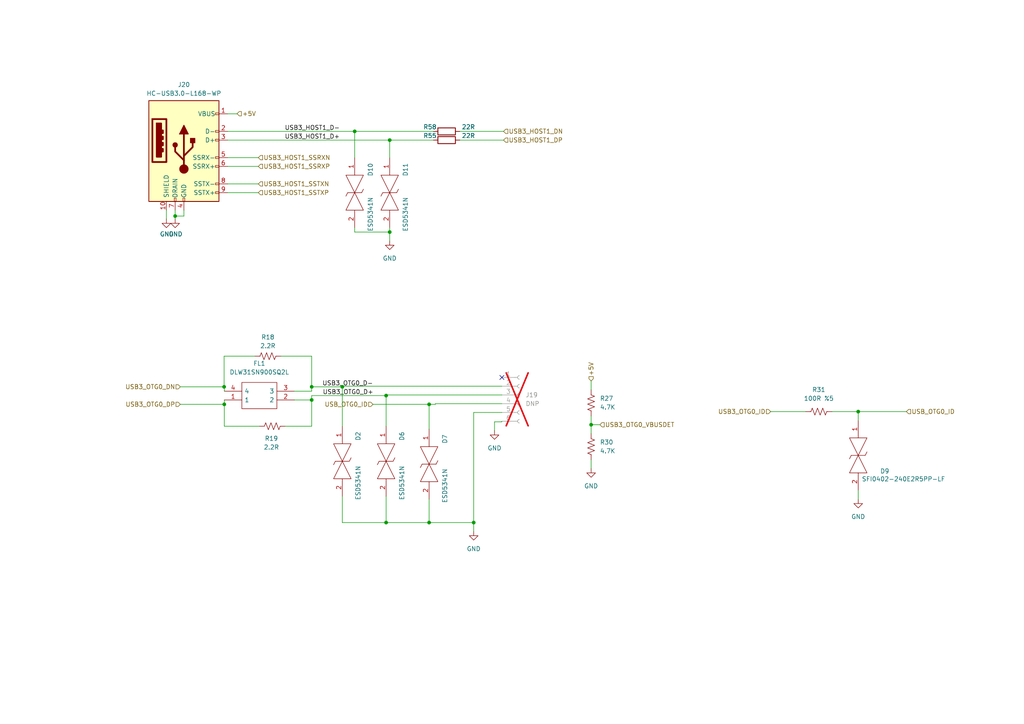
<source format=kicad_sch>
(kicad_sch (version 20231120) (generator "eeschema") (generator_version "8.0")
  (paper "A4")
  (lib_symbols
    (symbol "Connector:Conn_01x06_Socket" (pin_names (offset 1.016) hide)
      (property "Reference" "J" (at 0 7.62 0))
      (property "Value" "Conn_01x06_Socket" (at 0 -10.16 0))
      (symbol "Conn_01x06_Socket_1_1"
        (arc (start 0 -7.112) (mid -0.5058 -7.62) (end 0 -8.128) (stroke (width 0.1524)))
        (arc (start 0 -4.572) (mid -0.5058 -5.08) (end 0 -5.588) (stroke (width 0.1524)))
        (arc (start 0 -2.032) (mid -0.5058 -2.54) (end 0 -3.048) (stroke (width 0.1524)))
        (polyline (pts (xy -1.27 -7.62) (xy -0.508 -7.62)) (stroke (width 0.1524)))
        (polyline (pts (xy -1.27 -5.08) (xy -0.508 -5.08)) (stroke (width 0.1524)))
        (polyline (pts (xy -1.27 -2.54) (xy -0.508 -2.54)) (stroke (width 0.1524)))
        (polyline (pts (xy -1.27 0) (xy -0.508 0)) (stroke (width 0.1524)))
        (polyline (pts (xy -1.27 2.54) (xy -0.508 2.54)) (stroke (width 0.1524)))
        (polyline (pts (xy -1.27 5.08) (xy -0.508 5.08)) (stroke (width 0.1524)))
        (arc (start 0 0.508) (mid -0.5058 0) (end 0 -0.508) (stroke (width 0.1524)))
        (arc (start 0 3.048) (mid -0.5058 2.54) (end 0 2.032) (stroke (width 0.1524)))
        (arc (start 0 5.588) (mid -0.5058 5.08) (end 0 4.572) (stroke (width 0.1524)))
        (pin passive line (at -5.08 5.08 0) (length 3.81) (name "Pin_1") (number "1"))
        (pin passive line (at -5.08 2.54 0) (length 3.81) (name "Pin_2") (number "2"))
        (pin passive line (at -5.08 0 0) (length 3.81) (name "Pin_3") (number "3"))
        (pin passive line (at -5.08 -2.54 0) (length 3.81) (name "Pin_4") (number "4"))
        (pin passive line (at -5.08 -5.08 0) (length 3.81) (name "Pin_5") (number "5"))
        (pin passive line (at -5.08 -7.62 0) (length 3.81) (name "Pin_6") (number "6"))
      )
    )
    (symbol "Connector:USB3_A" (pin_names (offset 1.016))
      (property "Reference" "J" (at -10.16 15.24 0))
      (property "Value" "USB3_A" (at 10.16 15.24 0))
      (symbol "USB3_A_0_0"
        (rectangle (start -9.144 8.636) (end -5.08 -3.81) (stroke (width 0.508)))
        (rectangle (start -7.874 7.366) (end -6.604 -2.286) (stroke (width 0.508)) (fill (type outline)))
        (rectangle (start -6.35 0) (end -6.096 -0.762) (stroke (width 0.508)))
        (rectangle (start -6.35 1.778) (end -6.096 1.016) (stroke (width 0.508)))
        (rectangle (start -6.35 3.556) (end -6.096 2.794) (stroke (width 0.508)))
        (rectangle (start -6.35 5.334) (end -6.096 4.572) (stroke (width 0.508)))
        (rectangle (start -2.794 -15.24) (end -2.286 -14.224))
        (rectangle (start -0.254 -15.24) (end 0.254 -14.224))
        (rectangle (start 10.16 -12.446) (end 9.144 -12.954))
        (rectangle (start 10.16 -9.906) (end 9.144 -10.414))
        (rectangle (start 10.16 -4.826) (end 9.144 -5.334))
        (rectangle (start 10.16 -2.286) (end 9.144 -2.794))
        (rectangle (start 10.16 2.794) (end 9.144 2.286))
        (rectangle (start 10.16 5.334) (end 9.144 4.826))
        (rectangle (start 10.16 10.414) (end 9.144 9.906))
      )
      (symbol "USB3_A_0_1"
        (rectangle (start -10.16 13.97) (end 10.16 -15.24) (stroke (width 0.254)) (fill (type background)))
      )
      (symbol "USB3_A_1_1"
        (circle (center -2.54 1.143) (radius 0.635) (stroke (width 0.254)) (fill (type outline)))
        (circle (center 0 -5.842) (radius 1.27) (fill (type outline)))
        (polyline (pts (xy 0 -5.842) (xy 0 4.318)) (stroke (width 0.508)))
        (polyline (pts (xy 0 -3.302) (xy -2.54 -0.762) (xy -2.54 0.508)) (stroke (width 0.508)))
        (polyline (pts (xy 0 -2.032) (xy 2.54 0.508) (xy 2.54 1.778)) (stroke (width 0.508)))
        (polyline (pts (xy -1.27 4.318) (xy 0 6.858) (xy 1.27 4.318) (xy -1.27 4.318)) (stroke (width 0.254)) (fill (type outline)))
        (rectangle (start 1.905 1.778) (end 3.175 3.048) (stroke (width 0.254)) (fill (type outline)))
        (pin power_in line (at 12.7 10.16 180) (length 2.54) (name "VBUS") (number "1"))
        (pin passive line (at -5.08 -17.78 90) (length 2.54) (name "SHIELD") (number "10"))
        (pin bidirectional line (at 12.7 5.08 180) (length 2.54) (name "D-") (number "2"))
        (pin bidirectional line (at 12.7 2.54 180) (length 2.54) (name "D+") (number "3"))
        (pin power_in line (at 0 -17.78 90) (length 2.54) (name "GND") (number "4"))
        (pin output line (at 12.7 -2.54 180) (length 2.54) (name "SSRX-") (number "5"))
        (pin output line (at 12.7 -5.08 180) (length 2.54) (name "SSRX+") (number "6"))
        (pin passive line (at -2.54 -17.78 90) (length 2.54) (name "DRAIN") (number "7"))
        (pin input line (at 12.7 -10.16 180) (length 2.54) (name "SSTX-") (number "8"))
        (pin input line (at 12.7 -12.7 180) (length 2.54) (name "SSTX+") (number "9"))
      )
    )
    (symbol "DLW31SN900SQ2L:DLW31SN900SQ2L" (pin_names (offset 0.762))
      (property "Reference" "FL" (at 16.51 7.62 0))
      (property "Value" "DLW31SN900SQ2L" (at 16.51 5.08 0))
      (symbol "DLW31SN900SQ2L_0_0"
        (pin passive line (at 0 -2.54 0) (length 5.08) (name "1") (number "1"))
        (pin passive line (at 20.32 -2.54 180) (length 5.08) (name "2") (number "2"))
        (pin passive line (at 20.32 0 180) (length 5.08) (name "3") (number "3"))
        (pin passive line (at 0 0 0) (length 5.08) (name "4") (number "4"))
      )
      (symbol "DLW31SN900SQ2L_0_1"
        (polyline (pts (xy 5.08 2.54) (xy 15.24 2.54) (xy 15.24 -5.08) (xy 5.08 -5.08) (xy 5.08 2.54)) (stroke (width 0.1524)))
      )
    )
    (symbol "Device:R" (pin_numbers hide) (pin_names (offset 0))
      (property "Reference" "R" (at 2.032 0 90))
      (property "Value" "R" (at 0 0 90))
      (symbol "R_0_1"
        (rectangle (start -1.016 -2.54) (end 1.016 2.54) (stroke (width 0.254)))
      )
      (symbol "R_1_1"
        (pin passive line (at 0 3.81 270) (length 1.27) (name "~") (number "1"))
        (pin passive line (at 0 -3.81 90) (length 1.27) (name "~") (number "2"))
      )
    )
    (symbol "Device:R_US" (pin_numbers hide) (pin_names (offset 0))
      (property "Reference" "R" (at 2.54 0 90))
      (property "Value" "R_US" (at -2.54 0 90))
      (symbol "R_US_0_1"
        (polyline (pts (xy 0 -2.286) (xy 0 -2.54)))
        (polyline (pts (xy 0 2.286) (xy 0 2.54)))
        (polyline (pts (xy 0 -0.762) (xy 1.016 -1.143) (xy 0 -1.524) (xy -1.016 -1.905) (xy 0 -2.286)))
        (polyline (pts (xy 0 0.762) (xy 1.016 0.381) (xy 0 0) (xy -1.016 -0.381) (xy 0 -0.762)))
        (polyline (pts (xy 0 2.286) (xy 1.016 1.905) (xy 0 1.524) (xy -1.016 1.143) (xy 0 0.762)))
      )
      (symbol "R_US_1_1"
        (pin passive line (at 0 3.81 270) (length 1.27) (name "~") (number "1"))
        (pin passive line (at 0 -3.81 90) (length 1.27) (name "~") (number "2"))
      )
    )
    (symbol "SP0402B-ULC-01ETG:SP0402B-ULC-01ETG" (pin_names (offset 0.762))
      (property "Reference" "D" (at 12.7 8.89 0))
      (property "Value" "SP0402B-ULC-01ETG" (at 12.7 6.35 0))
      (symbol "SP0402B-ULC-01ETG_0_0"
        (pin passive line (at 0 0 0) (length 5.08) (name "~") (number "1"))
        (pin passive line (at 20.32 0 180) (length 5.08) (name "~") (number "2"))
      )
      (symbol "SP0402B-ULC-01ETG_0_1"
        (polyline (pts (xy 9.144 2.54) (xy 10.16 2.032)) (stroke (width 0.1524)))
        (polyline (pts (xy 10.16 -2.032) (xy 10.16 2.032)) (stroke (width 0.1524)))
        (polyline (pts (xy 10.16 -2.032) (xy 11.176 -2.54)) (stroke (width 0.1524)))
        (polyline (pts (xy 10.16 0) (xy 5.08 -2.54) (xy 5.08 2.54) (xy 10.16 0)) (stroke (width 0.1524)))
        (polyline (pts (xy 10.16 0) (xy 15.24 -2.54) (xy 15.24 2.54) (xy 10.16 0)) (stroke (width 0.1524)))
      )
    )
    (symbol "power:GND" (power) (pin_names (offset 0))
      (property "Value" "GND" (at 0 -3.81 0))
      (symbol "GND_0_1"
        (polyline (pts (xy 0 0) (xy 0 -1.27) (xy 1.27 -1.27) (xy 0 -2.54) (xy -1.27 -1.27) (xy 0 -1.27)))
      )
      (symbol "GND_1_1"
        (pin power_in line (at 0 0 270) (length 0) hide (name "GND") (number "1"))
      )
    )
  )
  (junction (at 111.9901 114.7357))
  (junction (at 99.2901 112.1957))
  (junction (at 102.87 38.1))
  (junction (at 113.03 40.64))
  (junction (at 124.46 151.5657))
  (junction (at 50.8 62.6655))
  (junction (at 90.4001 116.0067))
  (junction (at 90.4001 112.1957))
  (junction (at 137.3901 151.5657))
  (junction (at 113.03 67.31))
  (junction (at 171.45 123.19))
  (junction (at 248.92 119.38))
  (junction (at 124.46 117.2757))
  (junction (at 65.0001 112.1957))
  (junction (at 65.0525 117.2757))
  (junction (at 111.9901 151.5657))
  (no_connect (at 145.5589 109.474))
  (wire (pts (xy 111.9901 114.7357) (xy 90.4001 114.7357)))
  (wire (pts (xy 90.4001 103.3057) (xy 90.4001 112.1957)))
  (wire (pts (xy 81.5101 103.3057) (xy 90.4001 103.3057)))
  (wire (pts (xy 52.3001 117.2757) (xy 65.0525 117.2757)))
  (wire (pts (xy 113.03 40.64) (xy 113.03 45.72)))
  (wire (pts (xy 102.87 67.31) (xy 113.03 67.31)))
  (wire (pts (xy 90.4001 113.4667) (xy 90.4001 112.1957)))
  (wire (pts (xy 145.5589 122.3483) (xy 145.5589 122.174)))
  (wire (pts (xy 65.0701 112.1957) (xy 65.0001 112.1957)))
  (wire (pts (xy 65.0701 116.0067) (xy 65.0701 117.2757)))
  (wire (pts (xy 74.93 48.26) (xy 66.04 48.26)))
  (wire (pts (xy 90.4001 112.1957) (xy 99.2901 112.1957)))
  (wire (pts (xy 223.52 119.38) (xy 233.68 119.38)))
  (wire (pts (xy 102.87 66.04) (xy 102.87 67.31)))
  (wire (pts (xy 65.0001 103.3057) (xy 65.0001 112.1957)))
  (wire (pts (xy 111.9901 114.7357) (xy 111.9901 123.6257)))
  (wire (pts (xy 113.03 67.31) (xy 113.03 69.85)))
  (wire (pts (xy 50.8 63.5) (xy 50.8 62.6655)))
  (wire (pts (xy 145.5589 114.554) (xy 111.9901 114.554)))
  (wire (pts (xy 85.3901 116.0067) (xy 90.4001 116.0067)))
  (wire (pts (xy 133.35 38.1) (xy 146.05 38.1)))
  (wire (pts (xy 66.04 38.1) (xy 102.87 38.1)))
  (wire (pts (xy 99.2901 151.5657) (xy 111.9901 151.5657)))
  (wire (pts (xy 99.2901 112.1957) (xy 99.2901 123.6257)))
  (wire (pts (xy 111.9901 151.5657) (xy 124.46 151.5657)))
  (wire (pts (xy 68.756 32.9778) (xy 68.756 33.02)))
  (wire (pts (xy 52.3001 112.1957) (xy 65.0001 112.1957)))
  (wire (pts (xy 108.1801 117.2757) (xy 124.46 117.2757)))
  (wire (pts (xy 48.26 63.5) (xy 48.26 60.96)))
  (wire (pts (xy 53.34 62.6655) (xy 50.8 62.6655)))
  (wire (pts (xy 90.4001 114.7357) (xy 90.4001 116.0067)))
  (wire (pts (xy 99.2901 112.014) (xy 99.2901 112.1957)))
  (wire (pts (xy 74.93 53.34) (xy 66.04 53.34)))
  (wire (pts (xy 85.3901 113.4667) (xy 90.4001 113.4667)))
  (wire (pts (xy 126.2788 117.094) (xy 126.2788 117.2757)))
  (wire (pts (xy 124.46 151.5657) (xy 124.46 144.78)))
  (wire (pts (xy 65.0525 117.2757) (xy 65.0525 123.6257)))
  (wire (pts (xy 74.93 55.88) (xy 66.04 55.88)))
  (wire (pts (xy 113.03 66.04) (xy 113.03 67.31)))
  (wire (pts (xy 50.8 62.6655) (xy 50.8 60.96)))
  (wire (pts (xy 111.9901 114.554) (xy 111.9901 114.7357)))
  (wire (pts (xy 171.45 110.49) (xy 171.45 113.03)))
  (wire (pts (xy 137.3901 119.634) (xy 137.3901 151.5657)))
  (wire (pts (xy 171.45 120.65) (xy 171.45 123.19)))
  (wire (pts (xy 113.03 40.64) (xy 66.04 40.64)))
  (wire (pts (xy 145.5589 119.634) (xy 137.3901 119.634)))
  (wire (pts (xy 126.2788 117.2757) (xy 124.46 117.2757)))
  (wire (pts (xy 173.99 123.19) (xy 171.45 123.19)))
  (wire (pts (xy 65.0525 117.2757) (xy 65.0701 117.2757)))
  (wire (pts (xy 126.2788 117.094) (xy 145.5589 117.094)))
  (wire (pts (xy 73.8901 103.3057) (xy 65.0001 103.3057)))
  (wire (pts (xy 146.05 40.64) (xy 133.35 40.64)))
  (wire (pts (xy 248.92 119.38) (xy 262.89 119.38)))
  (wire (pts (xy 124.46 151.5657) (xy 137.3901 151.5657)))
  (wire (pts (xy 102.87 38.1) (xy 125.73 38.1)))
  (wire (pts (xy 137.3901 151.5657) (xy 137.3901 154.1057)))
  (wire (pts (xy 53.34 60.96) (xy 53.34 62.6655)))
  (wire (pts (xy 241.3 119.38) (xy 248.92 119.38)))
  (wire (pts (xy 68.756 33.02) (xy 66.04 33.02)))
  (wire (pts (xy 171.45 133.35) (xy 171.45 135.89)))
  (wire (pts (xy 124.46 117.2757) (xy 124.46 124.46)))
  (wire (pts (xy 248.92 144.78) (xy 248.92 142.24)))
  (wire (pts (xy 74.93 45.72) (xy 66.04 45.72)))
  (wire (pts (xy 143.4304 122.3483) (xy 143.4304 124.8883)))
  (wire (pts (xy 65.0701 113.4667) (xy 65.0701 112.1957)))
  (wire (pts (xy 143.4304 122.3483) (xy 145.5589 122.3483)))
  (wire (pts (xy 99.2901 151.5657) (xy 99.2901 143.9457)))
  (wire (pts (xy 102.87 45.72) (xy 102.87 38.1)))
  (wire (pts (xy 248.92 119.38) (xy 248.92 121.92)))
  (wire (pts (xy 171.45 123.19) (xy 171.45 125.73)))
  (wire (pts (xy 99.2901 112.014) (xy 145.5589 112.014)))
  (wire (pts (xy 125.73 40.64) (xy 113.03 40.64)))
  (wire (pts (xy 65.0525 123.6257) (xy 75.1601 123.6257)))
  (wire (pts (xy 111.9901 151.5657) (xy 111.9901 143.9457)))
  (wire (pts (xy 90.4001 116.0067) (xy 90.4001 123.6257)))
  (wire (pts (xy 90.4001 123.6257) (xy 82.7801 123.6257)))
  (label "USB3_HOST1_D-" (at 82.55 38.1 0))
  (label "USB3_OTG0_D+" (at 93.5692 114.7357 0))
  (label "USB3_HOST1_D+" (at 82.55 40.64 0))
  (label "USB3_OTG0_D-" (at 93.4537 112.1957 0))
  (hierarchical_label "USB_OTG0_ID" (shape input) (at 108.1801 117.2757 180))
  (hierarchical_label "USB3_OTG0_DN" (shape input) (at 52.3001 112.1957 180))
  (hierarchical_label "USB3_HOST1_DN" (shape input) (at 146.05 38.1 0))
  (hierarchical_label "USB3_OTG0_DP" (shape input) (at 52.3001 117.2757 180))
  (hierarchical_label "USB3_OTG0_ID" (shape input) (at 223.52 119.38 180))
  (hierarchical_label "USB3_HOST1_DP" (shape input) (at 146.05 40.64 0))
  (hierarchical_label "+5V" (shape input) (at 171.45 110.49 90))
  (hierarchical_label "USB_OTG0_ID" (shape input) (at 262.89 119.38 0))
  (hierarchical_label "USB3_HOST1_SSRXP" (shape input) (at 74.93 48.26 0))
  (hierarchical_label "+5V" (shape input) (at 68.756 32.9778 0))
  (hierarchical_label "USB3_HOST1_SSTXP" (shape input) (at 74.93 55.88 0))
  (hierarchical_label "USB3_HOST1_SSRXN" (shape input) (at 74.93 45.72 0))
  (hierarchical_label "USB3_HOST1_SSTXN" (shape input) (at 74.93 53.34 0))
  (hierarchical_label "USB3_OTG0_VBUSDET" (shape input) (at 173.99 123.19 0))
  (symbol (lib_id "DLW31SN900SQ2L:DLW31SN900SQ2L") (at 65.0701 113.4667 0) (unit 1)
    (property "Reference" "FL1" (at 75.2301 105.41 0))
    (property "Value" "DLW31SN900SQ2L" (at 75.2301 107.95 0))
    (property "Footprint" "Library:DLW31SN900SQ2L" (effects (hide yes)))
    (property "Datasheet" "https://datasheet.lcsc.com/lcsc/2304140030_Murata-Electronics-DLW31SN900SQ2L_C131487.pdf" (effects (hide yes)))
    (property "Description" "Common mode choke SMD 1206 370mA 90R Murata DLW31S Series Wire-wound SMD Inductor +/-25% Wire-Wound 370mA Idc" (effects (hide yes)))
    (property "MPN" "DLW31SN900SQ2L" (effects (hide yes)))
  )
  (symbol (lib_id "SP0402B-ULC-01ETG:SP0402B-ULC-01ETG") (at 102.87 45.72 270) (unit 1)
    (property "Reference" "D10" (at 107.442 47.244 0) (effects (justify left)))
    (property "Value" "ESD5341N" (at 107.442 57.15 0) (effects (justify left)))
    (property "Footprint" "Library:ESD5341N" (effects (hide yes)))
    (property "Datasheet" "https://www.mouser.com/datasheet/2/240/Littelfuse_TVS_Diode_Array_Ultra_Low_Capacitance_D-1021420.pdf" (effects (hide yes)))
    (property "Description" "ESD Suppressors / TVS Diodes 5V .13pF 20kV" (effects (hide yes)))
    (property "MPN" "ESD5341N" (effects (hide yes)))
    (property "Link" "https://www.lcsc.com/product-detail/Electrostatic-and-Surge-Protection-TVS-span-style-background-color-ff0-ESD-span_TECH-PUBLIC-ESD5341N_C3021106.html" (effects (hide yes)))
  )
  (symbol (lib_id "Device:R_US") (at 78.9701 123.6257 90) (unit 1)
    (property "Reference" "R19" (at 78.7161 127.1817 90))
    (property "Value" "2.2R" (at 78.7161 129.7217 90))
    (property "Footprint" "Resistor_SMD:R_0402_1005Metric" (effects (hide yes)))
    (property "Description" "Resistor, US symbol" (effects (hide yes)))
  )
  (symbol (lib_id "Device:R_US") (at 171.45 129.54 0) (unit 1)
    (property "Reference" "R30" (at 173.99 128.2699 0) (effects (justify left)))
    (property "Value" "4.7K" (at 173.99 130.8099 0) (effects (justify left)))
    (property "Footprint" "Resistor_SMD:R_0603_1608Metric" (effects (hide yes)))
    (property "Description" "Resistor, US symbol" (effects (hide yes)))
  )
  (symbol (lib_id "power:GND") (at 143.4304 124.8883 0) (unit 1)
    (property "Reference" "#PWR09" (effects (hide yes)))
    (property "Value" "GND" (at 143.4304 129.9683 0))
  )
  (symbol (lib_id "power:GND") (at 50.8 63.5 0) (unit 1)
    (property "Reference" "#PWR011" (effects (hide yes)))
    (property "Value" "GND" (at 50.927 67.8942 0))
  )
  (symbol (lib_id "Connector:Conn_01x06_Socket") (at 150.6389 114.554 0) (unit 1) (dnp yes)
    (property "Reference" "J19" (at 152.4169 114.5539 0) (effects (justify left)))
    (property "Value" "DNP" (at 152.4169 117.0939 0) (effects (justify left)))
    (property "Footprint" "Connector_PinHeader_2.00mm:PinHeader_1x06_P2.00mm_Vertical" (effects (hide yes)))
    (property "Description" "Generic connector, single row, 01x06, script generated" (effects (hide yes)))
    (property "MPN" "2.0mm 1*6p" (effects (hide yes)))
  )
  (symbol (lib_id "power:GND") (at 171.45 135.89 0) (unit 1)
    (property "Reference" "#PWR014" (effects (hide yes)))
    (property "Value" "GND" (at 171.45 140.97 0))
  )
  (symbol (lib_id "Device:R_US") (at 171.45 116.84 0) (unit 1)
    (property "Reference" "R27" (at 173.99 115.5699 0) (effects (justify left)))
    (property "Value" "4.7K" (at 173.99 118.1099 0) (effects (justify left)))
    (property "Footprint" "Resistor_SMD:R_0603_1608Metric" (effects (hide yes)))
    (property "Description" "Resistor, US symbol" (effects (hide yes)))
  )
  (symbol (lib_id "Device:R_US") (at 77.7001 103.3057 90) (unit 1)
    (property "Reference" "R18" (at 77.7001 97.79 90))
    (property "Value" "2.2R" (at 77.7001 100.33 90))
    (property "Footprint" "Resistor_SMD:R_0402_1005Metric" (effects (hide yes)))
    (property "Description" "Resistor, US symbol" (effects (hide yes)))
  )
  (symbol (lib_id "SP0402B-ULC-01ETG:SP0402B-ULC-01ETG") (at 111.9901 123.6257 270) (unit 1)
    (property "Reference" "D6" (at 116.5621 125.1497 0) (effects (justify left)))
    (property "Value" "ESD5341N" (at 116.5621 135.0557 0) (effects (justify left)))
    (property "Footprint" "Library:ESD5341N" (effects (hide yes)))
    (property "Datasheet" "https://www.mouser.com/datasheet/2/240/Littelfuse_TVS_Diode_Array_Ultra_Low_Capacitance_D-1021420.pdf" (effects (hide yes)))
    (property "Description" "ESD Suppressors / TVS Diodes 5V .13pF 20kV" (effects (hide yes)))
    (property "MPN" "ESD5341N" (effects (hide yes)))
    (property "Link" "https://www.lcsc.com/product-detail/Electrostatic-and-Surge-Protection-TVS-span-style-background-color-ff0-ESD-span_TECH-PUBLIC-ESD5341N_C3021106.html" (effects (hide yes)))
  )
  (symbol (lib_id "SP0402B-ULC-01ETG:SP0402B-ULC-01ETG") (at 99.2901 123.6257 270) (unit 1)
    (property "Reference" "D2" (at 103.8621 125.1497 0) (effects (justify left)))
    (property "Value" "ESD5341N" (at 103.8621 135.0557 0) (effects (justify left)))
    (property "Footprint" "Library:ESD5341N" (effects (hide yes)))
    (property "Datasheet" "https://www.mouser.com/datasheet/2/240/Littelfuse_TVS_Diode_Array_Ultra_Low_Capacitance_D-1021420.pdf" (effects (hide yes)))
    (property "Description" "ESD Suppressors / TVS Diodes 5V .13pF 20kV" (effects (hide yes)))
    (property "MPN" "ESD5341N" (effects (hide yes)))
    (property "Link" "https://www.lcsc.com/product-detail/Electrostatic-and-Surge-Protection-TVS-span-style-background-color-ff0-ESD-span_TECH-PUBLIC-ESD5341N_C3021106.html" (effects (hide yes)))
  )
  (symbol (lib_id "Connector:USB3_A") (at 53.34 43.18 0) (unit 1)
    (property "Reference" "J20" (at 53.34 24.5533 0))
    (property "Value" "HC-USB3.0-L168-WP" (at 53.34 27.0933 0))
    (property "Footprint" "Library:HC-USB3.0-L168-WP" (effects (hide yes)))
    (property "Description" "USB 3.0 A connector" (effects (hide yes)))
    (property "Link" "https://www.lcsc.com/product-detail/span-style-background-color-ff0-USB-span-Connectors_Hong-Cheng-HC-USB3-0-L168-WP_C7501850.html" (effects (hide yes)))
    (property "MPN" "HC-USB3.0-L168-WP" (effects (hide yes)))
  )
  (symbol (lib_id "Device:R") (at 129.54 38.1 270) (unit 1)
    (property "Reference" "R58" (at 124.714 36.83 90))
    (property "Value" "22R	" (at 136.398 36.83 90))
    (property "Footprint" "Resistor_SMD:R_0402_1005Metric" (effects (hide yes)))
    (property "Description" "Resistor" (effects (hide yes)))
  )
  (symbol (lib_id "power:GND") (at 137.3901 154.1057 0) (unit 1)
    (property "Reference" "#PWR08" (effects (hide yes)))
    (property "Value" "GND" (at 137.3901 159.1857 0))
  )
  (symbol (lib_id "Device:R") (at 129.54 40.64 270) (unit 1)
    (property "Reference" "R55" (at 124.714 39.37 90))
    (property "Value" "22R	" (at 136.398 39.37 90))
    (property "Footprint" "Resistor_SMD:R_0402_1005Metric" (effects (hide yes)))
    (property "Description" "Resistor" (effects (hide yes)))
  )
  (symbol (lib_id "SP0402B-ULC-01ETG:SP0402B-ULC-01ETG") (at 248.92 121.92 270) (unit 1)
    (property "Reference" "D9" (at 255.27 136.652 90) (effects (justify left)))
    (property "Value" "SFI0402-240E2R5PP-LF" (at 249.936 138.938 90) (effects (justify left)))
    (property "Footprint" "Diode_SMD:D_0402_1005Metric" (effects (hide yes)))
    (property "Description" "ESD Suppressors / TVS Diodes 5V .13pF 20kV" (effects (hide yes)))
    (property "MPN" "SFI0402-240E2R5PP-LF" (effects (hide yes)))
  )
  (symbol (lib_id "SP0402B-ULC-01ETG:SP0402B-ULC-01ETG") (at 113.03 45.72 270) (unit 1)
    (property "Reference" "D11" (at 117.602 47.244 0) (effects (justify left)))
    (property "Value" "ESD5341N" (at 117.602 57.15 0) (effects (justify left)))
    (property "Footprint" "Library:ESD5341N" (effects (hide yes)))
    (property "Datasheet" "https://www.mouser.com/datasheet/2/240/Littelfuse_TVS_Diode_Array_Ultra_Low_Capacitance_D-1021420.pdf" (effects (hide yes)))
    (property "Description" "ESD Suppressors / TVS Diodes 5V .13pF 20kV" (effects (hide yes)))
    (property "MPN" "ESD5341N" (effects (hide yes)))
    (property "Link" "https://www.lcsc.com/product-detail/Electrostatic-and-Surge-Protection-TVS-span-style-background-color-ff0-ESD-span_TECH-PUBLIC-ESD5341N_C3021106.html" (effects (hide yes)))
  )
  (symbol (lib_id "power:GND") (at 113.03 69.85 0) (unit 1)
    (property "Reference" "#PWR039" (effects (hide yes)))
    (property "Value" "GND" (at 113.03 74.93 0))
  )
  (symbol (lib_id "Device:R_US") (at 237.49 119.38 90) (unit 1)
    (property "Reference" "R31" (at 237.49 113.03 90))
    (property "Value" "100R %5" (at 237.49 115.57 90))
    (property "Footprint" "Resistor_SMD:R_0402_1005Metric" (effects (hide yes)))
    (property "Description" "Resistor, US symbol" (effects (hide yes)))
  )
  (symbol (lib_id "power:GND") (at 248.92 144.78 0) (unit 1)
    (property "Reference" "#PWR019" (effects (hide yes)))
    (property "Value" "GND" (at 248.92 149.86 0))
  )
  (symbol (lib_id "SP0402B-ULC-01ETG:SP0402B-ULC-01ETG") (at 124.46 124.46 270) (unit 1)
    (property "Reference" "D7" (at 129.032 125.984 0) (effects (justify left)))
    (property "Value" "ESD5341N" (at 129.032 135.89 0) (effects (justify left)))
    (property "Footprint" "Library:ESD5341N" (effects (hide yes)))
    (property "Datasheet" "https://www.mouser.com/datasheet/2/240/Littelfuse_TVS_Diode_Array_Ultra_Low_Capacitance_D-1021420.pdf" (effects (hide yes)))
    (property "Description" "ESD Suppressors / TVS Diodes 5V .13pF 20kV" (effects (hide yes)))
    (property "MPN" "ESD5341N" (effects (hide yes)))
    (property "Link" "https://www.lcsc.com/product-detail/Electrostatic-and-Surge-Protection-TVS-span-style-background-color-ff0-ESD-span_TECH-PUBLIC-ESD5341N_C3021106.html" (effects (hide yes)))
  )
  (symbol (lib_id "power:GND") (at 48.26 63.5 0) (unit 1)
    (property "Reference" "#PWR010" (effects (hide yes)))
    (property "Value" "GND" (at 48.387 67.8942 0))
  )
)
</source>
